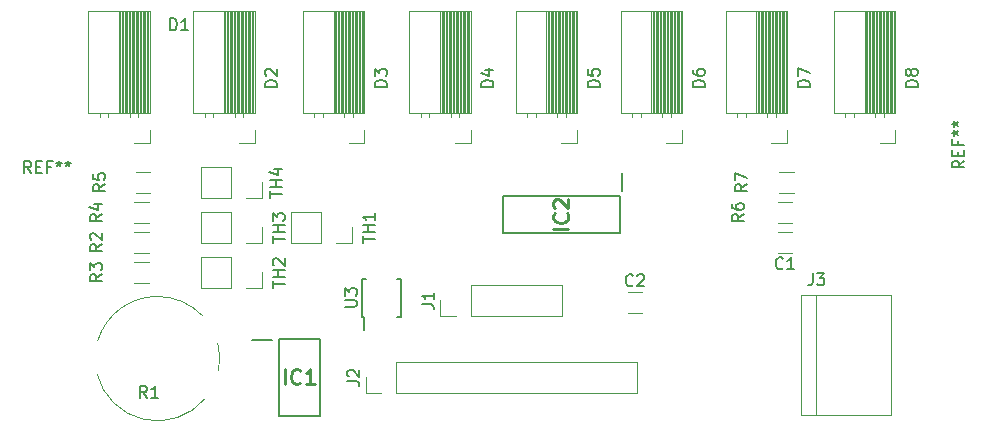
<source format=gbr>
%TF.GenerationSoftware,KiCad,Pcbnew,(5.1.6)-1*%
%TF.CreationDate,2020-11-25T02:59:11+01:00*%
%TF.ProjectId,heater_led_tempSensor_board,68656174-6572-45f6-9c65-645f74656d70,rev?*%
%TF.SameCoordinates,Original*%
%TF.FileFunction,Legend,Top*%
%TF.FilePolarity,Positive*%
%FSLAX46Y46*%
G04 Gerber Fmt 4.6, Leading zero omitted, Abs format (unit mm)*
G04 Created by KiCad (PCBNEW (5.1.6)-1) date 2020-11-25 02:59:11*
%MOMM*%
%LPD*%
G01*
G04 APERTURE LIST*
%ADD10C,0.120000*%
%ADD11C,0.200000*%
%ADD12C,0.150000*%
%ADD13C,0.254000*%
G04 APERTURE END LIST*
D10*
%TO.C,TH3*%
X114360000Y-101600000D02*
X114360000Y-102930000D01*
X114360000Y-102930000D02*
X113030000Y-102930000D01*
X111760000Y-102930000D02*
X109160000Y-102930000D01*
X109160000Y-100270000D02*
X109160000Y-102930000D01*
X111760000Y-100270000D02*
X109160000Y-100270000D01*
X111760000Y-100270000D02*
X111760000Y-102930000D01*
%TO.C,TH2*%
X114360000Y-105410000D02*
X114360000Y-106740000D01*
X114360000Y-106740000D02*
X113030000Y-106740000D01*
X111760000Y-106740000D02*
X109160000Y-106740000D01*
X109160000Y-104080000D02*
X109160000Y-106740000D01*
X111760000Y-104080000D02*
X109160000Y-104080000D01*
X111760000Y-104080000D02*
X111760000Y-106740000D01*
%TO.C,TH1*%
X121980000Y-101600000D02*
X121980000Y-102930000D01*
X121980000Y-102930000D02*
X120650000Y-102930000D01*
X119380000Y-102930000D02*
X116780000Y-102930000D01*
X116780000Y-100270000D02*
X116780000Y-102930000D01*
X119380000Y-100270000D02*
X116780000Y-100270000D01*
X119380000Y-100270000D02*
X119380000Y-102930000D01*
%TO.C,J3*%
X160020000Y-107315000D02*
X160020000Y-117475000D01*
X167640000Y-107315000D02*
X160020000Y-107315000D01*
X167640000Y-117475000D02*
X167640000Y-107315000D01*
X160020000Y-117475000D02*
X167640000Y-117475000D01*
X161290000Y-117475000D02*
X161290000Y-107315000D01*
%TO.C,C1*%
X159222064Y-101960000D02*
X158017936Y-101960000D01*
X159222064Y-103780000D02*
X158017936Y-103780000D01*
%TO.C,TH4*%
X114360000Y-97790000D02*
X114360000Y-99120000D01*
X114360000Y-99120000D02*
X113030000Y-99120000D01*
X111760000Y-99120000D02*
X109160000Y-99120000D01*
X109160000Y-96460000D02*
X109160000Y-99120000D01*
X111760000Y-96460000D02*
X109160000Y-96460000D01*
X111760000Y-96460000D02*
X111760000Y-99120000D01*
D11*
%TO.C,IC2*%
X144650000Y-98902000D02*
X144650000Y-102102000D01*
X144650000Y-102102000D02*
X134750000Y-102102000D01*
X134750000Y-102102000D02*
X134750000Y-98902000D01*
X134750000Y-98902000D02*
X144650000Y-98902000D01*
X144820000Y-97027000D02*
X144820000Y-98552000D01*
D12*
%TO.C,U3*%
X122835000Y-109185000D02*
X123010000Y-109185000D01*
X122835000Y-105935000D02*
X123110000Y-105935000D01*
X126085000Y-105935000D02*
X125810000Y-105935000D01*
X126085000Y-109185000D02*
X125810000Y-109185000D01*
X122835000Y-109185000D02*
X122835000Y-105935000D01*
X126085000Y-109185000D02*
X126085000Y-105935000D01*
X123010000Y-109185000D02*
X123010000Y-110260000D01*
D10*
%TO.C,R7*%
X158147936Y-96880000D02*
X159352064Y-96880000D01*
X158147936Y-98700000D02*
X159352064Y-98700000D01*
%TO.C,R6*%
X159222064Y-101240000D02*
X158017936Y-101240000D01*
X159222064Y-99420000D02*
X158017936Y-99420000D01*
%TO.C,R5*%
X104872064Y-98700000D02*
X103667936Y-98700000D01*
X104872064Y-96880000D02*
X103667936Y-96880000D01*
%TO.C,R4*%
X104742064Y-101240000D02*
X103537936Y-101240000D01*
X104742064Y-99420000D02*
X103537936Y-99420000D01*
%TO.C,R3*%
X104742064Y-106320000D02*
X103537936Y-106320000D01*
X104742064Y-104500000D02*
X103537936Y-104500000D01*
%TO.C,R2*%
X104742064Y-103780000D02*
X103537936Y-103780000D01*
X104742064Y-101960000D02*
X103537936Y-101960000D01*
%TO.C,R1*%
X105397970Y-107442041D02*
G75*
G02*
X109281000Y-109050398I92030J-5269357D01*
G01*
X110604391Y-111436517D02*
G75*
G02*
X110664000Y-113717398I-5114391J-1274881D01*
G01*
X109526621Y-116099873D02*
G75*
G02*
X100376000Y-113985398I-4036621J3388475D01*
G01*
X100450274Y-111170599D02*
G75*
G02*
X105490000Y-107441398I5039726J-1540799D01*
G01*
%TO.C,J2*%
X146110000Y-115630000D02*
X146110000Y-112970000D01*
X125730000Y-115630000D02*
X146110000Y-115630000D01*
X125730000Y-112970000D02*
X146110000Y-112970000D01*
X125730000Y-115630000D02*
X125730000Y-112970000D01*
X124460000Y-115630000D02*
X123130000Y-115630000D01*
X123130000Y-115630000D02*
X123130000Y-114300000D01*
%TO.C,J1*%
X139729669Y-109118560D02*
X139729669Y-106458560D01*
X132049669Y-109118560D02*
X139729669Y-109118560D01*
X132049669Y-106458560D02*
X139729669Y-106458560D01*
X132049669Y-109118560D02*
X132049669Y-106458560D01*
X130779669Y-109118560D02*
X129449669Y-109118560D01*
X129449669Y-109118560D02*
X129449669Y-107788560D01*
D11*
%TO.C,IC1*%
X115750000Y-111050000D02*
X119250000Y-111050000D01*
X119250000Y-111050000D02*
X119250000Y-117550000D01*
X119250000Y-117550000D02*
X115750000Y-117550000D01*
X115750000Y-117550000D02*
X115750000Y-111050000D01*
X113475000Y-111175000D02*
X115225000Y-111175000D01*
D10*
%TO.C,D8*%
X167846279Y-83255000D02*
X167846279Y-91885000D01*
X167728184Y-83255000D02*
X167728184Y-91885000D01*
X167610089Y-83255000D02*
X167610089Y-91885000D01*
X167491994Y-83255000D02*
X167491994Y-91885000D01*
X167373899Y-83255000D02*
X167373899Y-91885000D01*
X167255804Y-83255000D02*
X167255804Y-91885000D01*
X167137709Y-83255000D02*
X167137709Y-91885000D01*
X167019614Y-83255000D02*
X167019614Y-91885000D01*
X166901519Y-83255000D02*
X166901519Y-91885000D01*
X166783424Y-83255000D02*
X166783424Y-91885000D01*
X166665329Y-83255000D02*
X166665329Y-91885000D01*
X166547234Y-83255000D02*
X166547234Y-91885000D01*
X166429139Y-83255000D02*
X166429139Y-91885000D01*
X166311044Y-83255000D02*
X166311044Y-91885000D01*
X166192949Y-83255000D02*
X166192949Y-91885000D01*
X166074854Y-83255000D02*
X166074854Y-91885000D01*
X165956759Y-83255000D02*
X165956759Y-91885000D01*
X165838664Y-83255000D02*
X165838664Y-91885000D01*
X165720569Y-83255000D02*
X165720569Y-91885000D01*
X165602474Y-83255000D02*
X165602474Y-91885000D01*
X165484379Y-83255000D02*
X165484379Y-91885000D01*
X166996279Y-91885000D02*
X166996279Y-92235000D01*
X166276279Y-91885000D02*
X166276279Y-92235000D01*
X164456279Y-91885000D02*
X164456279Y-92295000D01*
X163736279Y-91885000D02*
X163736279Y-92295000D01*
X165366279Y-83255000D02*
X165366279Y-91885000D01*
X167966279Y-83255000D02*
X167966279Y-91885000D01*
X167966279Y-91885000D02*
X162766279Y-91885000D01*
X162766279Y-83255000D02*
X162766279Y-91885000D01*
X167966279Y-83255000D02*
X162766279Y-83255000D01*
X167966279Y-94455000D02*
X166636279Y-94455000D01*
X167966279Y-93345000D02*
X167966279Y-94455000D01*
%TO.C,D7*%
X158690000Y-83255000D02*
X158690000Y-91885000D01*
X158571905Y-83255000D02*
X158571905Y-91885000D01*
X158453810Y-83255000D02*
X158453810Y-91885000D01*
X158335715Y-83255000D02*
X158335715Y-91885000D01*
X158217620Y-83255000D02*
X158217620Y-91885000D01*
X158099525Y-83255000D02*
X158099525Y-91885000D01*
X157981430Y-83255000D02*
X157981430Y-91885000D01*
X157863335Y-83255000D02*
X157863335Y-91885000D01*
X157745240Y-83255000D02*
X157745240Y-91885000D01*
X157627145Y-83255000D02*
X157627145Y-91885000D01*
X157509050Y-83255000D02*
X157509050Y-91885000D01*
X157390955Y-83255000D02*
X157390955Y-91885000D01*
X157272860Y-83255000D02*
X157272860Y-91885000D01*
X157154765Y-83255000D02*
X157154765Y-91885000D01*
X157036670Y-83255000D02*
X157036670Y-91885000D01*
X156918575Y-83255000D02*
X156918575Y-91885000D01*
X156800480Y-83255000D02*
X156800480Y-91885000D01*
X156682385Y-83255000D02*
X156682385Y-91885000D01*
X156564290Y-83255000D02*
X156564290Y-91885000D01*
X156446195Y-83255000D02*
X156446195Y-91885000D01*
X156328100Y-83255000D02*
X156328100Y-91885000D01*
X157840000Y-91885000D02*
X157840000Y-92235000D01*
X157120000Y-91885000D02*
X157120000Y-92235000D01*
X155300000Y-91885000D02*
X155300000Y-92295000D01*
X154580000Y-91885000D02*
X154580000Y-92295000D01*
X156210000Y-83255000D02*
X156210000Y-91885000D01*
X158810000Y-83255000D02*
X158810000Y-91885000D01*
X158810000Y-91885000D02*
X153610000Y-91885000D01*
X153610000Y-83255000D02*
X153610000Y-91885000D01*
X158810000Y-83255000D02*
X153610000Y-83255000D01*
X158810000Y-94455000D02*
X157480000Y-94455000D01*
X158810000Y-93345000D02*
X158810000Y-94455000D01*
%TO.C,D6*%
X149800000Y-83255000D02*
X149800000Y-91885000D01*
X149681905Y-83255000D02*
X149681905Y-91885000D01*
X149563810Y-83255000D02*
X149563810Y-91885000D01*
X149445715Y-83255000D02*
X149445715Y-91885000D01*
X149327620Y-83255000D02*
X149327620Y-91885000D01*
X149209525Y-83255000D02*
X149209525Y-91885000D01*
X149091430Y-83255000D02*
X149091430Y-91885000D01*
X148973335Y-83255000D02*
X148973335Y-91885000D01*
X148855240Y-83255000D02*
X148855240Y-91885000D01*
X148737145Y-83255000D02*
X148737145Y-91885000D01*
X148619050Y-83255000D02*
X148619050Y-91885000D01*
X148500955Y-83255000D02*
X148500955Y-91885000D01*
X148382860Y-83255000D02*
X148382860Y-91885000D01*
X148264765Y-83255000D02*
X148264765Y-91885000D01*
X148146670Y-83255000D02*
X148146670Y-91885000D01*
X148028575Y-83255000D02*
X148028575Y-91885000D01*
X147910480Y-83255000D02*
X147910480Y-91885000D01*
X147792385Y-83255000D02*
X147792385Y-91885000D01*
X147674290Y-83255000D02*
X147674290Y-91885000D01*
X147556195Y-83255000D02*
X147556195Y-91885000D01*
X147438100Y-83255000D02*
X147438100Y-91885000D01*
X148950000Y-91885000D02*
X148950000Y-92235000D01*
X148230000Y-91885000D02*
X148230000Y-92235000D01*
X146410000Y-91885000D02*
X146410000Y-92295000D01*
X145690000Y-91885000D02*
X145690000Y-92295000D01*
X147320000Y-83255000D02*
X147320000Y-91885000D01*
X149920000Y-83255000D02*
X149920000Y-91885000D01*
X149920000Y-91885000D02*
X144720000Y-91885000D01*
X144720000Y-83255000D02*
X144720000Y-91885000D01*
X149920000Y-83255000D02*
X144720000Y-83255000D01*
X149920000Y-94455000D02*
X148590000Y-94455000D01*
X149920000Y-93345000D02*
X149920000Y-94455000D01*
%TO.C,D5*%
X140910000Y-83255000D02*
X140910000Y-91885000D01*
X140791905Y-83255000D02*
X140791905Y-91885000D01*
X140673810Y-83255000D02*
X140673810Y-91885000D01*
X140555715Y-83255000D02*
X140555715Y-91885000D01*
X140437620Y-83255000D02*
X140437620Y-91885000D01*
X140319525Y-83255000D02*
X140319525Y-91885000D01*
X140201430Y-83255000D02*
X140201430Y-91885000D01*
X140083335Y-83255000D02*
X140083335Y-91885000D01*
X139965240Y-83255000D02*
X139965240Y-91885000D01*
X139847145Y-83255000D02*
X139847145Y-91885000D01*
X139729050Y-83255000D02*
X139729050Y-91885000D01*
X139610955Y-83255000D02*
X139610955Y-91885000D01*
X139492860Y-83255000D02*
X139492860Y-91885000D01*
X139374765Y-83255000D02*
X139374765Y-91885000D01*
X139256670Y-83255000D02*
X139256670Y-91885000D01*
X139138575Y-83255000D02*
X139138575Y-91885000D01*
X139020480Y-83255000D02*
X139020480Y-91885000D01*
X138902385Y-83255000D02*
X138902385Y-91885000D01*
X138784290Y-83255000D02*
X138784290Y-91885000D01*
X138666195Y-83255000D02*
X138666195Y-91885000D01*
X138548100Y-83255000D02*
X138548100Y-91885000D01*
X140060000Y-91885000D02*
X140060000Y-92235000D01*
X139340000Y-91885000D02*
X139340000Y-92235000D01*
X137520000Y-91885000D02*
X137520000Y-92295000D01*
X136800000Y-91885000D02*
X136800000Y-92295000D01*
X138430000Y-83255000D02*
X138430000Y-91885000D01*
X141030000Y-83255000D02*
X141030000Y-91885000D01*
X141030000Y-91885000D02*
X135830000Y-91885000D01*
X135830000Y-83255000D02*
X135830000Y-91885000D01*
X141030000Y-83255000D02*
X135830000Y-83255000D01*
X141030000Y-94455000D02*
X139700000Y-94455000D01*
X141030000Y-93345000D02*
X141030000Y-94455000D01*
%TO.C,D4*%
X131914893Y-83248336D02*
X131914893Y-91878336D01*
X131796798Y-83248336D02*
X131796798Y-91878336D01*
X131678703Y-83248336D02*
X131678703Y-91878336D01*
X131560608Y-83248336D02*
X131560608Y-91878336D01*
X131442513Y-83248336D02*
X131442513Y-91878336D01*
X131324418Y-83248336D02*
X131324418Y-91878336D01*
X131206323Y-83248336D02*
X131206323Y-91878336D01*
X131088228Y-83248336D02*
X131088228Y-91878336D01*
X130970133Y-83248336D02*
X130970133Y-91878336D01*
X130852038Y-83248336D02*
X130852038Y-91878336D01*
X130733943Y-83248336D02*
X130733943Y-91878336D01*
X130615848Y-83248336D02*
X130615848Y-91878336D01*
X130497753Y-83248336D02*
X130497753Y-91878336D01*
X130379658Y-83248336D02*
X130379658Y-91878336D01*
X130261563Y-83248336D02*
X130261563Y-91878336D01*
X130143468Y-83248336D02*
X130143468Y-91878336D01*
X130025373Y-83248336D02*
X130025373Y-91878336D01*
X129907278Y-83248336D02*
X129907278Y-91878336D01*
X129789183Y-83248336D02*
X129789183Y-91878336D01*
X129671088Y-83248336D02*
X129671088Y-91878336D01*
X129552993Y-83248336D02*
X129552993Y-91878336D01*
X131064893Y-91878336D02*
X131064893Y-92228336D01*
X130344893Y-91878336D02*
X130344893Y-92228336D01*
X128524893Y-91878336D02*
X128524893Y-92288336D01*
X127804893Y-91878336D02*
X127804893Y-92288336D01*
X129434893Y-83248336D02*
X129434893Y-91878336D01*
X132034893Y-83248336D02*
X132034893Y-91878336D01*
X132034893Y-91878336D02*
X126834893Y-91878336D01*
X126834893Y-83248336D02*
X126834893Y-91878336D01*
X132034893Y-83248336D02*
X126834893Y-83248336D01*
X132034893Y-94448336D02*
X130704893Y-94448336D01*
X132034893Y-93338336D02*
X132034893Y-94448336D01*
%TO.C,D3*%
X122894844Y-83248336D02*
X122894844Y-91878336D01*
X122776749Y-83248336D02*
X122776749Y-91878336D01*
X122658654Y-83248336D02*
X122658654Y-91878336D01*
X122540559Y-83248336D02*
X122540559Y-91878336D01*
X122422464Y-83248336D02*
X122422464Y-91878336D01*
X122304369Y-83248336D02*
X122304369Y-91878336D01*
X122186274Y-83248336D02*
X122186274Y-91878336D01*
X122068179Y-83248336D02*
X122068179Y-91878336D01*
X121950084Y-83248336D02*
X121950084Y-91878336D01*
X121831989Y-83248336D02*
X121831989Y-91878336D01*
X121713894Y-83248336D02*
X121713894Y-91878336D01*
X121595799Y-83248336D02*
X121595799Y-91878336D01*
X121477704Y-83248336D02*
X121477704Y-91878336D01*
X121359609Y-83248336D02*
X121359609Y-91878336D01*
X121241514Y-83248336D02*
X121241514Y-91878336D01*
X121123419Y-83248336D02*
X121123419Y-91878336D01*
X121005324Y-83248336D02*
X121005324Y-91878336D01*
X120887229Y-83248336D02*
X120887229Y-91878336D01*
X120769134Y-83248336D02*
X120769134Y-91878336D01*
X120651039Y-83248336D02*
X120651039Y-91878336D01*
X120532944Y-83248336D02*
X120532944Y-91878336D01*
X122044844Y-91878336D02*
X122044844Y-92228336D01*
X121324844Y-91878336D02*
X121324844Y-92228336D01*
X119504844Y-91878336D02*
X119504844Y-92288336D01*
X118784844Y-91878336D02*
X118784844Y-92288336D01*
X120414844Y-83248336D02*
X120414844Y-91878336D01*
X123014844Y-83248336D02*
X123014844Y-91878336D01*
X123014844Y-91878336D02*
X117814844Y-91878336D01*
X117814844Y-83248336D02*
X117814844Y-91878336D01*
X123014844Y-83248336D02*
X117814844Y-83248336D01*
X123014844Y-94448336D02*
X121684844Y-94448336D01*
X123014844Y-93338336D02*
X123014844Y-94448336D01*
%TO.C,D2*%
X113605000Y-83255000D02*
X113605000Y-91885000D01*
X113486905Y-83255000D02*
X113486905Y-91885000D01*
X113368810Y-83255000D02*
X113368810Y-91885000D01*
X113250715Y-83255000D02*
X113250715Y-91885000D01*
X113132620Y-83255000D02*
X113132620Y-91885000D01*
X113014525Y-83255000D02*
X113014525Y-91885000D01*
X112896430Y-83255000D02*
X112896430Y-91885000D01*
X112778335Y-83255000D02*
X112778335Y-91885000D01*
X112660240Y-83255000D02*
X112660240Y-91885000D01*
X112542145Y-83255000D02*
X112542145Y-91885000D01*
X112424050Y-83255000D02*
X112424050Y-91885000D01*
X112305955Y-83255000D02*
X112305955Y-91885000D01*
X112187860Y-83255000D02*
X112187860Y-91885000D01*
X112069765Y-83255000D02*
X112069765Y-91885000D01*
X111951670Y-83255000D02*
X111951670Y-91885000D01*
X111833575Y-83255000D02*
X111833575Y-91885000D01*
X111715480Y-83255000D02*
X111715480Y-91885000D01*
X111597385Y-83255000D02*
X111597385Y-91885000D01*
X111479290Y-83255000D02*
X111479290Y-91885000D01*
X111361195Y-83255000D02*
X111361195Y-91885000D01*
X111243100Y-83255000D02*
X111243100Y-91885000D01*
X112755000Y-91885000D02*
X112755000Y-92235000D01*
X112035000Y-91885000D02*
X112035000Y-92235000D01*
X110215000Y-91885000D02*
X110215000Y-92295000D01*
X109495000Y-91885000D02*
X109495000Y-92295000D01*
X111125000Y-83255000D02*
X111125000Y-91885000D01*
X113725000Y-83255000D02*
X113725000Y-91885000D01*
X113725000Y-91885000D02*
X108525000Y-91885000D01*
X108525000Y-83255000D02*
X108525000Y-91885000D01*
X113725000Y-83255000D02*
X108525000Y-83255000D01*
X113725000Y-94455000D02*
X112395000Y-94455000D01*
X113725000Y-93345000D02*
X113725000Y-94455000D01*
%TO.C,D1*%
X104715000Y-83255000D02*
X104715000Y-91885000D01*
X104596905Y-83255000D02*
X104596905Y-91885000D01*
X104478810Y-83255000D02*
X104478810Y-91885000D01*
X104360715Y-83255000D02*
X104360715Y-91885000D01*
X104242620Y-83255000D02*
X104242620Y-91885000D01*
X104124525Y-83255000D02*
X104124525Y-91885000D01*
X104006430Y-83255000D02*
X104006430Y-91885000D01*
X103888335Y-83255000D02*
X103888335Y-91885000D01*
X103770240Y-83255000D02*
X103770240Y-91885000D01*
X103652145Y-83255000D02*
X103652145Y-91885000D01*
X103534050Y-83255000D02*
X103534050Y-91885000D01*
X103415955Y-83255000D02*
X103415955Y-91885000D01*
X103297860Y-83255000D02*
X103297860Y-91885000D01*
X103179765Y-83255000D02*
X103179765Y-91885000D01*
X103061670Y-83255000D02*
X103061670Y-91885000D01*
X102943575Y-83255000D02*
X102943575Y-91885000D01*
X102825480Y-83255000D02*
X102825480Y-91885000D01*
X102707385Y-83255000D02*
X102707385Y-91885000D01*
X102589290Y-83255000D02*
X102589290Y-91885000D01*
X102471195Y-83255000D02*
X102471195Y-91885000D01*
X102353100Y-83255000D02*
X102353100Y-91885000D01*
X103865000Y-91885000D02*
X103865000Y-92235000D01*
X103145000Y-91885000D02*
X103145000Y-92235000D01*
X101325000Y-91885000D02*
X101325000Y-92295000D01*
X100605000Y-91885000D02*
X100605000Y-92295000D01*
X102235000Y-83255000D02*
X102235000Y-91885000D01*
X104835000Y-83255000D02*
X104835000Y-91885000D01*
X104835000Y-91885000D02*
X99635000Y-91885000D01*
X99635000Y-83255000D02*
X99635000Y-91885000D01*
X104835000Y-83255000D02*
X99635000Y-83255000D01*
X104835000Y-94455000D02*
X103505000Y-94455000D01*
X104835000Y-93345000D02*
X104835000Y-94455000D01*
%TO.C,C2*%
X145317936Y-107040000D02*
X146522064Y-107040000D01*
X145317936Y-108860000D02*
X146522064Y-108860000D01*
%TO.C,TH3*%
D12*
X115252380Y-102885714D02*
X115252380Y-102314285D01*
X116252380Y-102600000D02*
X115252380Y-102600000D01*
X116252380Y-101980952D02*
X115252380Y-101980952D01*
X115728571Y-101980952D02*
X115728571Y-101409523D01*
X116252380Y-101409523D02*
X115252380Y-101409523D01*
X115252380Y-101028571D02*
X115252380Y-100409523D01*
X115633333Y-100742857D01*
X115633333Y-100600000D01*
X115680952Y-100504761D01*
X115728571Y-100457142D01*
X115823809Y-100409523D01*
X116061904Y-100409523D01*
X116157142Y-100457142D01*
X116204761Y-100504761D01*
X116252380Y-100600000D01*
X116252380Y-100885714D01*
X116204761Y-100980952D01*
X116157142Y-101028571D01*
%TO.C,TH2*%
X115252380Y-106695714D02*
X115252380Y-106124285D01*
X116252380Y-106410000D02*
X115252380Y-106410000D01*
X116252380Y-105790952D02*
X115252380Y-105790952D01*
X115728571Y-105790952D02*
X115728571Y-105219523D01*
X116252380Y-105219523D02*
X115252380Y-105219523D01*
X115347619Y-104790952D02*
X115300000Y-104743333D01*
X115252380Y-104648095D01*
X115252380Y-104410000D01*
X115300000Y-104314761D01*
X115347619Y-104267142D01*
X115442857Y-104219523D01*
X115538095Y-104219523D01*
X115680952Y-104267142D01*
X116252380Y-104838571D01*
X116252380Y-104219523D01*
%TO.C,TH1*%
X122872380Y-102885714D02*
X122872380Y-102314285D01*
X123872380Y-102600000D02*
X122872380Y-102600000D01*
X123872380Y-101980952D02*
X122872380Y-101980952D01*
X123348571Y-101980952D02*
X123348571Y-101409523D01*
X123872380Y-101409523D02*
X122872380Y-101409523D01*
X123872380Y-100409523D02*
X123872380Y-100980952D01*
X123872380Y-100695238D02*
X122872380Y-100695238D01*
X123015238Y-100790476D01*
X123110476Y-100885714D01*
X123158095Y-100980952D01*
%TO.C,J3*%
X160956666Y-105497380D02*
X160956666Y-106211666D01*
X160909047Y-106354523D01*
X160813809Y-106449761D01*
X160670952Y-106497380D01*
X160575714Y-106497380D01*
X161337619Y-105497380D02*
X161956666Y-105497380D01*
X161623333Y-105878333D01*
X161766190Y-105878333D01*
X161861428Y-105925952D01*
X161909047Y-105973571D01*
X161956666Y-106068809D01*
X161956666Y-106306904D01*
X161909047Y-106402142D01*
X161861428Y-106449761D01*
X161766190Y-106497380D01*
X161480476Y-106497380D01*
X161385238Y-106449761D01*
X161337619Y-106402142D01*
%TO.C,C1*%
X158453333Y-105047142D02*
X158405714Y-105094761D01*
X158262857Y-105142380D01*
X158167619Y-105142380D01*
X158024761Y-105094761D01*
X157929523Y-104999523D01*
X157881904Y-104904285D01*
X157834285Y-104713809D01*
X157834285Y-104570952D01*
X157881904Y-104380476D01*
X157929523Y-104285238D01*
X158024761Y-104190000D01*
X158167619Y-104142380D01*
X158262857Y-104142380D01*
X158405714Y-104190000D01*
X158453333Y-104237619D01*
X159405714Y-105142380D02*
X158834285Y-105142380D01*
X159120000Y-105142380D02*
X159120000Y-104142380D01*
X159024761Y-104285238D01*
X158929523Y-104380476D01*
X158834285Y-104428095D01*
%TO.C,TH4*%
X115022380Y-99075714D02*
X115022380Y-98504285D01*
X116022380Y-98790000D02*
X115022380Y-98790000D01*
X116022380Y-98170952D02*
X115022380Y-98170952D01*
X115498571Y-98170952D02*
X115498571Y-97599523D01*
X116022380Y-97599523D02*
X115022380Y-97599523D01*
X115355714Y-96694761D02*
X116022380Y-96694761D01*
X114974761Y-96932857D02*
X115689047Y-97170952D01*
X115689047Y-96551904D01*
%TO.C,IC2*%
D13*
X140274523Y-101741761D02*
X139004523Y-101741761D01*
X140153571Y-100411285D02*
X140214047Y-100471761D01*
X140274523Y-100653190D01*
X140274523Y-100774142D01*
X140214047Y-100955571D01*
X140093095Y-101076523D01*
X139972142Y-101137000D01*
X139730238Y-101197476D01*
X139548809Y-101197476D01*
X139306904Y-101137000D01*
X139185952Y-101076523D01*
X139065000Y-100955571D01*
X139004523Y-100774142D01*
X139004523Y-100653190D01*
X139065000Y-100471761D01*
X139125476Y-100411285D01*
X139125476Y-99927476D02*
X139065000Y-99867000D01*
X139004523Y-99746047D01*
X139004523Y-99443666D01*
X139065000Y-99322714D01*
X139125476Y-99262238D01*
X139246428Y-99201761D01*
X139367380Y-99201761D01*
X139548809Y-99262238D01*
X140274523Y-99987952D01*
X140274523Y-99201761D01*
%TO.C,REF\u002A\u002A*%
D12*
X173807380Y-95948333D02*
X173331190Y-96281666D01*
X173807380Y-96519761D02*
X172807380Y-96519761D01*
X172807380Y-96138809D01*
X172855000Y-96043571D01*
X172902619Y-95995952D01*
X172997857Y-95948333D01*
X173140714Y-95948333D01*
X173235952Y-95995952D01*
X173283571Y-96043571D01*
X173331190Y-96138809D01*
X173331190Y-96519761D01*
X173283571Y-95519761D02*
X173283571Y-95186428D01*
X173807380Y-95043571D02*
X173807380Y-95519761D01*
X172807380Y-95519761D01*
X172807380Y-95043571D01*
X173283571Y-94281666D02*
X173283571Y-94615000D01*
X173807380Y-94615000D02*
X172807380Y-94615000D01*
X172807380Y-94138809D01*
X172807380Y-93615000D02*
X173045476Y-93615000D01*
X172950238Y-93853095D02*
X173045476Y-93615000D01*
X172950238Y-93376904D01*
X173235952Y-93757857D02*
X173045476Y-93615000D01*
X173235952Y-93472142D01*
X172807380Y-92853095D02*
X173045476Y-92853095D01*
X172950238Y-93091190D02*
X173045476Y-92853095D01*
X172950238Y-92615000D01*
X173235952Y-92995952D02*
X173045476Y-92853095D01*
X173235952Y-92710238D01*
X94804081Y-96997583D02*
X94470748Y-96521393D01*
X94232653Y-96997583D02*
X94232653Y-95997583D01*
X94613605Y-95997583D01*
X94708843Y-96045203D01*
X94756462Y-96092822D01*
X94804081Y-96188060D01*
X94804081Y-96330917D01*
X94756462Y-96426155D01*
X94708843Y-96473774D01*
X94613605Y-96521393D01*
X94232653Y-96521393D01*
X95232653Y-96473774D02*
X95565986Y-96473774D01*
X95708843Y-96997583D02*
X95232653Y-96997583D01*
X95232653Y-95997583D01*
X95708843Y-95997583D01*
X96470748Y-96473774D02*
X96137415Y-96473774D01*
X96137415Y-96997583D02*
X96137415Y-95997583D01*
X96613605Y-95997583D01*
X97137415Y-95997583D02*
X97137415Y-96235679D01*
X96899319Y-96140441D02*
X97137415Y-96235679D01*
X97375510Y-96140441D01*
X96994557Y-96426155D02*
X97137415Y-96235679D01*
X97280272Y-96426155D01*
X97899319Y-95997583D02*
X97899319Y-96235679D01*
X97661224Y-96140441D02*
X97899319Y-96235679D01*
X98137415Y-96140441D01*
X97756462Y-96426155D02*
X97899319Y-96235679D01*
X98042176Y-96426155D01*
%TO.C,U3*%
X121362380Y-108321904D02*
X122171904Y-108321904D01*
X122267142Y-108274285D01*
X122314761Y-108226666D01*
X122362380Y-108131428D01*
X122362380Y-107940952D01*
X122314761Y-107845714D01*
X122267142Y-107798095D01*
X122171904Y-107750476D01*
X121362380Y-107750476D01*
X121362380Y-107369523D02*
X121362380Y-106750476D01*
X121743333Y-107083809D01*
X121743333Y-106940952D01*
X121790952Y-106845714D01*
X121838571Y-106798095D01*
X121933809Y-106750476D01*
X122171904Y-106750476D01*
X122267142Y-106798095D01*
X122314761Y-106845714D01*
X122362380Y-106940952D01*
X122362380Y-107226666D01*
X122314761Y-107321904D01*
X122267142Y-107369523D01*
%TO.C,R7*%
X155392380Y-97956666D02*
X154916190Y-98290000D01*
X155392380Y-98528095D02*
X154392380Y-98528095D01*
X154392380Y-98147142D01*
X154440000Y-98051904D01*
X154487619Y-98004285D01*
X154582857Y-97956666D01*
X154725714Y-97956666D01*
X154820952Y-98004285D01*
X154868571Y-98051904D01*
X154916190Y-98147142D01*
X154916190Y-98528095D01*
X154392380Y-97623333D02*
X154392380Y-96956666D01*
X155392380Y-97385238D01*
%TO.C,R6*%
X155132380Y-100496666D02*
X154656190Y-100830000D01*
X155132380Y-101068095D02*
X154132380Y-101068095D01*
X154132380Y-100687142D01*
X154180000Y-100591904D01*
X154227619Y-100544285D01*
X154322857Y-100496666D01*
X154465714Y-100496666D01*
X154560952Y-100544285D01*
X154608571Y-100591904D01*
X154656190Y-100687142D01*
X154656190Y-101068095D01*
X154132380Y-99639523D02*
X154132380Y-99830000D01*
X154180000Y-99925238D01*
X154227619Y-99972857D01*
X154370476Y-100068095D01*
X154560952Y-100115714D01*
X154941904Y-100115714D01*
X155037142Y-100068095D01*
X155084761Y-100020476D01*
X155132380Y-99925238D01*
X155132380Y-99734761D01*
X155084761Y-99639523D01*
X155037142Y-99591904D01*
X154941904Y-99544285D01*
X154703809Y-99544285D01*
X154608571Y-99591904D01*
X154560952Y-99639523D01*
X154513333Y-99734761D01*
X154513333Y-99925238D01*
X154560952Y-100020476D01*
X154608571Y-100068095D01*
X154703809Y-100115714D01*
%TO.C,R5*%
X101042380Y-97956666D02*
X100566190Y-98290000D01*
X101042380Y-98528095D02*
X100042380Y-98528095D01*
X100042380Y-98147142D01*
X100090000Y-98051904D01*
X100137619Y-98004285D01*
X100232857Y-97956666D01*
X100375714Y-97956666D01*
X100470952Y-98004285D01*
X100518571Y-98051904D01*
X100566190Y-98147142D01*
X100566190Y-98528095D01*
X100042380Y-97051904D02*
X100042380Y-97528095D01*
X100518571Y-97575714D01*
X100470952Y-97528095D01*
X100423333Y-97432857D01*
X100423333Y-97194761D01*
X100470952Y-97099523D01*
X100518571Y-97051904D01*
X100613809Y-97004285D01*
X100851904Y-97004285D01*
X100947142Y-97051904D01*
X100994761Y-97099523D01*
X101042380Y-97194761D01*
X101042380Y-97432857D01*
X100994761Y-97528095D01*
X100947142Y-97575714D01*
%TO.C,R4*%
X100782380Y-100496666D02*
X100306190Y-100830000D01*
X100782380Y-101068095D02*
X99782380Y-101068095D01*
X99782380Y-100687142D01*
X99830000Y-100591904D01*
X99877619Y-100544285D01*
X99972857Y-100496666D01*
X100115714Y-100496666D01*
X100210952Y-100544285D01*
X100258571Y-100591904D01*
X100306190Y-100687142D01*
X100306190Y-101068095D01*
X100115714Y-99639523D02*
X100782380Y-99639523D01*
X99734761Y-99877619D02*
X100449047Y-100115714D01*
X100449047Y-99496666D01*
%TO.C,R3*%
X100782380Y-105576666D02*
X100306190Y-105910000D01*
X100782380Y-106148095D02*
X99782380Y-106148095D01*
X99782380Y-105767142D01*
X99830000Y-105671904D01*
X99877619Y-105624285D01*
X99972857Y-105576666D01*
X100115714Y-105576666D01*
X100210952Y-105624285D01*
X100258571Y-105671904D01*
X100306190Y-105767142D01*
X100306190Y-106148095D01*
X99782380Y-105243333D02*
X99782380Y-104624285D01*
X100163333Y-104957619D01*
X100163333Y-104814761D01*
X100210952Y-104719523D01*
X100258571Y-104671904D01*
X100353809Y-104624285D01*
X100591904Y-104624285D01*
X100687142Y-104671904D01*
X100734761Y-104719523D01*
X100782380Y-104814761D01*
X100782380Y-105100476D01*
X100734761Y-105195714D01*
X100687142Y-105243333D01*
%TO.C,R2*%
X100782380Y-103036666D02*
X100306190Y-103370000D01*
X100782380Y-103608095D02*
X99782380Y-103608095D01*
X99782380Y-103227142D01*
X99830000Y-103131904D01*
X99877619Y-103084285D01*
X99972857Y-103036666D01*
X100115714Y-103036666D01*
X100210952Y-103084285D01*
X100258571Y-103131904D01*
X100306190Y-103227142D01*
X100306190Y-103608095D01*
X99877619Y-102655714D02*
X99830000Y-102608095D01*
X99782380Y-102512857D01*
X99782380Y-102274761D01*
X99830000Y-102179523D01*
X99877619Y-102131904D01*
X99972857Y-102084285D01*
X100068095Y-102084285D01*
X100210952Y-102131904D01*
X100782380Y-102703333D01*
X100782380Y-102084285D01*
%TO.C,R1*%
X104608333Y-116022380D02*
X104275000Y-115546190D01*
X104036904Y-116022380D02*
X104036904Y-115022380D01*
X104417857Y-115022380D01*
X104513095Y-115070000D01*
X104560714Y-115117619D01*
X104608333Y-115212857D01*
X104608333Y-115355714D01*
X104560714Y-115450952D01*
X104513095Y-115498571D01*
X104417857Y-115546190D01*
X104036904Y-115546190D01*
X105560714Y-116022380D02*
X104989285Y-116022380D01*
X105275000Y-116022380D02*
X105275000Y-115022380D01*
X105179761Y-115165238D01*
X105084523Y-115260476D01*
X104989285Y-115308095D01*
%TO.C,J2*%
X121582380Y-114633333D02*
X122296666Y-114633333D01*
X122439523Y-114680952D01*
X122534761Y-114776190D01*
X122582380Y-114919047D01*
X122582380Y-115014285D01*
X121677619Y-114204761D02*
X121630000Y-114157142D01*
X121582380Y-114061904D01*
X121582380Y-113823809D01*
X121630000Y-113728571D01*
X121677619Y-113680952D01*
X121772857Y-113633333D01*
X121868095Y-113633333D01*
X122010952Y-113680952D01*
X122582380Y-114252380D01*
X122582380Y-113633333D01*
%TO.C,J1*%
X127902049Y-108121893D02*
X128616335Y-108121893D01*
X128759192Y-108169512D01*
X128854430Y-108264750D01*
X128902049Y-108407607D01*
X128902049Y-108502845D01*
X128902049Y-107121893D02*
X128902049Y-107693321D01*
X128902049Y-107407607D02*
X127902049Y-107407607D01*
X128044907Y-107502845D01*
X128140145Y-107598083D01*
X128187764Y-107693321D01*
%TO.C,IC1*%
D13*
X116260238Y-114874523D02*
X116260238Y-113604523D01*
X117590714Y-114753571D02*
X117530238Y-114814047D01*
X117348809Y-114874523D01*
X117227857Y-114874523D01*
X117046428Y-114814047D01*
X116925476Y-114693095D01*
X116865000Y-114572142D01*
X116804523Y-114330238D01*
X116804523Y-114148809D01*
X116865000Y-113906904D01*
X116925476Y-113785952D01*
X117046428Y-113665000D01*
X117227857Y-113604523D01*
X117348809Y-113604523D01*
X117530238Y-113665000D01*
X117590714Y-113725476D01*
X118800238Y-114874523D02*
X118074523Y-114874523D01*
X118437380Y-114874523D02*
X118437380Y-113604523D01*
X118316428Y-113785952D01*
X118195476Y-113906904D01*
X118074523Y-113967380D01*
%TO.C,D8*%
D12*
X169858659Y-89703095D02*
X168858659Y-89703095D01*
X168858659Y-89465000D01*
X168906279Y-89322142D01*
X169001517Y-89226904D01*
X169096755Y-89179285D01*
X169287231Y-89131666D01*
X169430088Y-89131666D01*
X169620564Y-89179285D01*
X169715802Y-89226904D01*
X169811040Y-89322142D01*
X169858659Y-89465000D01*
X169858659Y-89703095D01*
X169287231Y-88560238D02*
X169239612Y-88655476D01*
X169191993Y-88703095D01*
X169096755Y-88750714D01*
X169049136Y-88750714D01*
X168953898Y-88703095D01*
X168906279Y-88655476D01*
X168858659Y-88560238D01*
X168858659Y-88369761D01*
X168906279Y-88274523D01*
X168953898Y-88226904D01*
X169049136Y-88179285D01*
X169096755Y-88179285D01*
X169191993Y-88226904D01*
X169239612Y-88274523D01*
X169287231Y-88369761D01*
X169287231Y-88560238D01*
X169334850Y-88655476D01*
X169382469Y-88703095D01*
X169477707Y-88750714D01*
X169668183Y-88750714D01*
X169763421Y-88703095D01*
X169811040Y-88655476D01*
X169858659Y-88560238D01*
X169858659Y-88369761D01*
X169811040Y-88274523D01*
X169763421Y-88226904D01*
X169668183Y-88179285D01*
X169477707Y-88179285D01*
X169382469Y-88226904D01*
X169334850Y-88274523D01*
X169287231Y-88369761D01*
%TO.C,D7*%
X160702380Y-89703095D02*
X159702380Y-89703095D01*
X159702380Y-89465000D01*
X159750000Y-89322142D01*
X159845238Y-89226904D01*
X159940476Y-89179285D01*
X160130952Y-89131666D01*
X160273809Y-89131666D01*
X160464285Y-89179285D01*
X160559523Y-89226904D01*
X160654761Y-89322142D01*
X160702380Y-89465000D01*
X160702380Y-89703095D01*
X159702380Y-88798333D02*
X159702380Y-88131666D01*
X160702380Y-88560238D01*
%TO.C,D6*%
X151812380Y-89703095D02*
X150812380Y-89703095D01*
X150812380Y-89465000D01*
X150860000Y-89322142D01*
X150955238Y-89226904D01*
X151050476Y-89179285D01*
X151240952Y-89131666D01*
X151383809Y-89131666D01*
X151574285Y-89179285D01*
X151669523Y-89226904D01*
X151764761Y-89322142D01*
X151812380Y-89465000D01*
X151812380Y-89703095D01*
X150812380Y-88274523D02*
X150812380Y-88465000D01*
X150860000Y-88560238D01*
X150907619Y-88607857D01*
X151050476Y-88703095D01*
X151240952Y-88750714D01*
X151621904Y-88750714D01*
X151717142Y-88703095D01*
X151764761Y-88655476D01*
X151812380Y-88560238D01*
X151812380Y-88369761D01*
X151764761Y-88274523D01*
X151717142Y-88226904D01*
X151621904Y-88179285D01*
X151383809Y-88179285D01*
X151288571Y-88226904D01*
X151240952Y-88274523D01*
X151193333Y-88369761D01*
X151193333Y-88560238D01*
X151240952Y-88655476D01*
X151288571Y-88703095D01*
X151383809Y-88750714D01*
%TO.C,D5*%
X142922380Y-89703095D02*
X141922380Y-89703095D01*
X141922380Y-89465000D01*
X141970000Y-89322142D01*
X142065238Y-89226904D01*
X142160476Y-89179285D01*
X142350952Y-89131666D01*
X142493809Y-89131666D01*
X142684285Y-89179285D01*
X142779523Y-89226904D01*
X142874761Y-89322142D01*
X142922380Y-89465000D01*
X142922380Y-89703095D01*
X141922380Y-88226904D02*
X141922380Y-88703095D01*
X142398571Y-88750714D01*
X142350952Y-88703095D01*
X142303333Y-88607857D01*
X142303333Y-88369761D01*
X142350952Y-88274523D01*
X142398571Y-88226904D01*
X142493809Y-88179285D01*
X142731904Y-88179285D01*
X142827142Y-88226904D01*
X142874761Y-88274523D01*
X142922380Y-88369761D01*
X142922380Y-88607857D01*
X142874761Y-88703095D01*
X142827142Y-88750714D01*
%TO.C,D4*%
X133927273Y-89696431D02*
X132927273Y-89696431D01*
X132927273Y-89458336D01*
X132974893Y-89315478D01*
X133070131Y-89220240D01*
X133165369Y-89172621D01*
X133355845Y-89125002D01*
X133498702Y-89125002D01*
X133689178Y-89172621D01*
X133784416Y-89220240D01*
X133879654Y-89315478D01*
X133927273Y-89458336D01*
X133927273Y-89696431D01*
X133260607Y-88267859D02*
X133927273Y-88267859D01*
X132879654Y-88505955D02*
X133593940Y-88744050D01*
X133593940Y-88125002D01*
%TO.C,D3*%
X124907224Y-89696431D02*
X123907224Y-89696431D01*
X123907224Y-89458336D01*
X123954844Y-89315478D01*
X124050082Y-89220240D01*
X124145320Y-89172621D01*
X124335796Y-89125002D01*
X124478653Y-89125002D01*
X124669129Y-89172621D01*
X124764367Y-89220240D01*
X124859605Y-89315478D01*
X124907224Y-89458336D01*
X124907224Y-89696431D01*
X123907224Y-88791669D02*
X123907224Y-88172621D01*
X124288177Y-88505955D01*
X124288177Y-88363097D01*
X124335796Y-88267859D01*
X124383415Y-88220240D01*
X124478653Y-88172621D01*
X124716748Y-88172621D01*
X124811986Y-88220240D01*
X124859605Y-88267859D01*
X124907224Y-88363097D01*
X124907224Y-88648812D01*
X124859605Y-88744050D01*
X124811986Y-88791669D01*
%TO.C,D2*%
X115617380Y-89703095D02*
X114617380Y-89703095D01*
X114617380Y-89465000D01*
X114665000Y-89322142D01*
X114760238Y-89226904D01*
X114855476Y-89179285D01*
X115045952Y-89131666D01*
X115188809Y-89131666D01*
X115379285Y-89179285D01*
X115474523Y-89226904D01*
X115569761Y-89322142D01*
X115617380Y-89465000D01*
X115617380Y-89703095D01*
X114712619Y-88750714D02*
X114665000Y-88703095D01*
X114617380Y-88607857D01*
X114617380Y-88369761D01*
X114665000Y-88274523D01*
X114712619Y-88226904D01*
X114807857Y-88179285D01*
X114903095Y-88179285D01*
X115045952Y-88226904D01*
X115617380Y-88798333D01*
X115617380Y-88179285D01*
%TO.C,D1*%
X106576904Y-84907380D02*
X106576904Y-83907380D01*
X106815000Y-83907380D01*
X106957857Y-83955000D01*
X107053095Y-84050238D01*
X107100714Y-84145476D01*
X107148333Y-84335952D01*
X107148333Y-84478809D01*
X107100714Y-84669285D01*
X107053095Y-84764523D01*
X106957857Y-84859761D01*
X106815000Y-84907380D01*
X106576904Y-84907380D01*
X108100714Y-84907380D02*
X107529285Y-84907380D01*
X107815000Y-84907380D02*
X107815000Y-83907380D01*
X107719761Y-84050238D01*
X107624523Y-84145476D01*
X107529285Y-84193095D01*
%TO.C,C2*%
X145753333Y-106487142D02*
X145705714Y-106534761D01*
X145562857Y-106582380D01*
X145467619Y-106582380D01*
X145324761Y-106534761D01*
X145229523Y-106439523D01*
X145181904Y-106344285D01*
X145134285Y-106153809D01*
X145134285Y-106010952D01*
X145181904Y-105820476D01*
X145229523Y-105725238D01*
X145324761Y-105630000D01*
X145467619Y-105582380D01*
X145562857Y-105582380D01*
X145705714Y-105630000D01*
X145753333Y-105677619D01*
X146134285Y-105677619D02*
X146181904Y-105630000D01*
X146277142Y-105582380D01*
X146515238Y-105582380D01*
X146610476Y-105630000D01*
X146658095Y-105677619D01*
X146705714Y-105772857D01*
X146705714Y-105868095D01*
X146658095Y-106010952D01*
X146086666Y-106582380D01*
X146705714Y-106582380D01*
%TD*%
M02*

</source>
